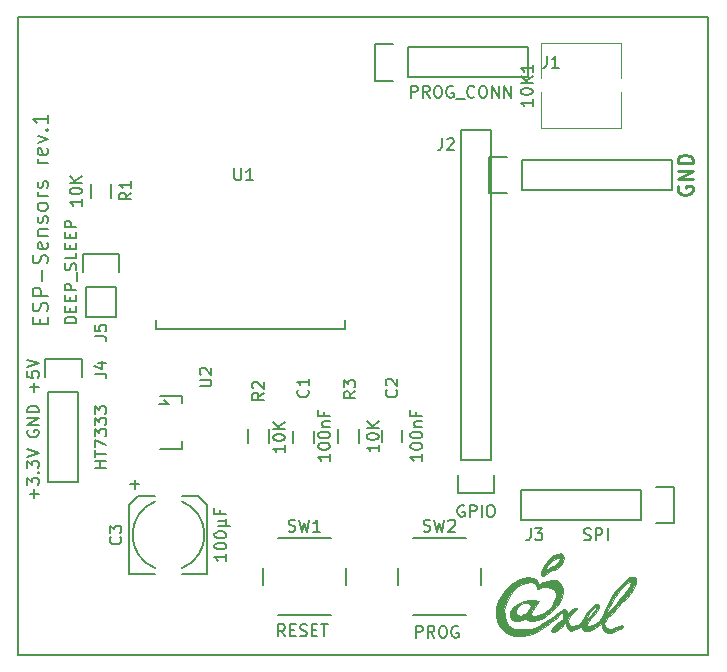
<source format=gbr>
%TF.GenerationSoftware,KiCad,Pcbnew,4.0.6*%
%TF.CreationDate,2017-04-04T12:59:26+02:00*%
%TF.ProjectId,ESP-Sensors,4553502D53656E736F72732E6B696361,rev?*%
%TF.FileFunction,Legend,Top*%
%FSLAX46Y46*%
G04 Gerber Fmt 4.6, Leading zero omitted, Abs format (unit mm)*
G04 Created by KiCad (PCBNEW 4.0.6) date 2017 April 04, Tuesday 12:59:26*
%MOMM*%
%LPD*%
G01*
G04 APERTURE LIST*
%ADD10C,0.100000*%
%ADD11C,0.254000*%
%ADD12C,0.203200*%
%ADD13C,0.200000*%
%ADD14C,0.152400*%
%ADD15C,0.150000*%
%ADD16C,0.010000*%
%ADD17C,0.120000*%
G04 APERTURE END LIST*
D10*
D11*
X163195000Y-75897619D02*
X163134524Y-76018571D01*
X163134524Y-76200000D01*
X163195000Y-76381428D01*
X163315952Y-76502381D01*
X163436905Y-76562857D01*
X163678810Y-76623333D01*
X163860238Y-76623333D01*
X164102143Y-76562857D01*
X164223095Y-76502381D01*
X164344048Y-76381428D01*
X164404524Y-76200000D01*
X164404524Y-76079048D01*
X164344048Y-75897619D01*
X164283571Y-75837143D01*
X163860238Y-75837143D01*
X163860238Y-76079048D01*
X164404524Y-75292857D02*
X163134524Y-75292857D01*
X164404524Y-74567143D01*
X163134524Y-74567143D01*
X164404524Y-73962381D02*
X163134524Y-73962381D01*
X163134524Y-73660000D01*
X163195000Y-73478572D01*
X163315952Y-73357619D01*
X163436905Y-73297143D01*
X163678810Y-73236667D01*
X163860238Y-73236667D01*
X164102143Y-73297143D01*
X164223095Y-73357619D01*
X164344048Y-73478572D01*
X164404524Y-73660000D01*
X164404524Y-73962381D01*
D12*
X109129286Y-87569523D02*
X109129286Y-87146190D01*
X109794524Y-86964761D02*
X109794524Y-87569523D01*
X108524524Y-87569523D01*
X108524524Y-86964761D01*
X109734048Y-86480951D02*
X109794524Y-86299523D01*
X109794524Y-85997142D01*
X109734048Y-85876189D01*
X109673571Y-85815713D01*
X109552619Y-85755237D01*
X109431667Y-85755237D01*
X109310714Y-85815713D01*
X109250238Y-85876189D01*
X109189762Y-85997142D01*
X109129286Y-86239046D01*
X109068810Y-86359999D01*
X109008333Y-86420475D01*
X108887381Y-86480951D01*
X108766429Y-86480951D01*
X108645476Y-86420475D01*
X108585000Y-86359999D01*
X108524524Y-86239046D01*
X108524524Y-85936666D01*
X108585000Y-85755237D01*
X109794524Y-85210951D02*
X108524524Y-85210951D01*
X108524524Y-84727142D01*
X108585000Y-84606189D01*
X108645476Y-84545713D01*
X108766429Y-84485237D01*
X108947857Y-84485237D01*
X109068810Y-84545713D01*
X109129286Y-84606189D01*
X109189762Y-84727142D01*
X109189762Y-85210951D01*
X109310714Y-83940951D02*
X109310714Y-82973332D01*
X109734048Y-82429046D02*
X109794524Y-82247618D01*
X109794524Y-81945237D01*
X109734048Y-81824284D01*
X109673571Y-81763808D01*
X109552619Y-81703332D01*
X109431667Y-81703332D01*
X109310714Y-81763808D01*
X109250238Y-81824284D01*
X109189762Y-81945237D01*
X109129286Y-82187141D01*
X109068810Y-82308094D01*
X109008333Y-82368570D01*
X108887381Y-82429046D01*
X108766429Y-82429046D01*
X108645476Y-82368570D01*
X108585000Y-82308094D01*
X108524524Y-82187141D01*
X108524524Y-81884761D01*
X108585000Y-81703332D01*
X109734048Y-80675237D02*
X109794524Y-80796189D01*
X109794524Y-81038094D01*
X109734048Y-81159046D01*
X109613095Y-81219522D01*
X109129286Y-81219522D01*
X109008333Y-81159046D01*
X108947857Y-81038094D01*
X108947857Y-80796189D01*
X109008333Y-80675237D01*
X109129286Y-80614760D01*
X109250238Y-80614760D01*
X109371190Y-81219522D01*
X108947857Y-80070475D02*
X109794524Y-80070475D01*
X109068810Y-80070475D02*
X109008333Y-80009999D01*
X108947857Y-79889046D01*
X108947857Y-79707618D01*
X109008333Y-79586666D01*
X109129286Y-79526189D01*
X109794524Y-79526189D01*
X109734048Y-78981903D02*
X109794524Y-78860951D01*
X109794524Y-78619046D01*
X109734048Y-78498094D01*
X109613095Y-78437618D01*
X109552619Y-78437618D01*
X109431667Y-78498094D01*
X109371190Y-78619046D01*
X109371190Y-78800475D01*
X109310714Y-78921427D01*
X109189762Y-78981903D01*
X109129286Y-78981903D01*
X109008333Y-78921427D01*
X108947857Y-78800475D01*
X108947857Y-78619046D01*
X109008333Y-78498094D01*
X109794524Y-77711903D02*
X109734048Y-77832856D01*
X109673571Y-77893332D01*
X109552619Y-77953808D01*
X109189762Y-77953808D01*
X109068810Y-77893332D01*
X109008333Y-77832856D01*
X108947857Y-77711903D01*
X108947857Y-77530475D01*
X109008333Y-77409523D01*
X109068810Y-77349046D01*
X109189762Y-77288570D01*
X109552619Y-77288570D01*
X109673571Y-77349046D01*
X109734048Y-77409523D01*
X109794524Y-77530475D01*
X109794524Y-77711903D01*
X109794524Y-76744284D02*
X108947857Y-76744284D01*
X109189762Y-76744284D02*
X109068810Y-76683808D01*
X109008333Y-76623332D01*
X108947857Y-76502379D01*
X108947857Y-76381427D01*
X109734048Y-76018570D02*
X109794524Y-75897618D01*
X109794524Y-75655713D01*
X109734048Y-75534761D01*
X109613095Y-75474285D01*
X109552619Y-75474285D01*
X109431667Y-75534761D01*
X109371190Y-75655713D01*
X109371190Y-75837142D01*
X109310714Y-75958094D01*
X109189762Y-76018570D01*
X109129286Y-76018570D01*
X109008333Y-75958094D01*
X108947857Y-75837142D01*
X108947857Y-75655713D01*
X109008333Y-75534761D01*
X109794524Y-73962380D02*
X108947857Y-73962380D01*
X109189762Y-73962380D02*
X109068810Y-73901904D01*
X109008333Y-73841428D01*
X108947857Y-73720475D01*
X108947857Y-73599523D01*
X109734048Y-72692381D02*
X109794524Y-72813333D01*
X109794524Y-73055238D01*
X109734048Y-73176190D01*
X109613095Y-73236666D01*
X109129286Y-73236666D01*
X109008333Y-73176190D01*
X108947857Y-73055238D01*
X108947857Y-72813333D01*
X109008333Y-72692381D01*
X109129286Y-72631904D01*
X109250238Y-72631904D01*
X109371190Y-73236666D01*
X108947857Y-72208571D02*
X109794524Y-71906190D01*
X108947857Y-71603810D01*
X109673571Y-71120000D02*
X109734048Y-71059524D01*
X109794524Y-71120000D01*
X109734048Y-71180476D01*
X109673571Y-71120000D01*
X109794524Y-71120000D01*
X109794524Y-69850000D02*
X109794524Y-70575714D01*
X109794524Y-70212857D02*
X108524524Y-70212857D01*
X108705952Y-70333809D01*
X108826905Y-70454762D01*
X108887381Y-70575714D01*
D13*
X165735000Y-115570000D02*
X165735000Y-109855000D01*
X107315000Y-115570000D02*
X165735000Y-115570000D01*
X107315000Y-61595000D02*
X107315000Y-115570000D01*
X165735000Y-61595000D02*
X165735000Y-109855000D01*
X107315000Y-61595000D02*
X165735000Y-61595000D01*
D14*
X118999000Y-87249000D02*
X118999000Y-88011000D01*
X118999000Y-88011000D02*
X135001000Y-88011000D01*
X135001000Y-88011000D02*
X135001000Y-87249000D01*
D15*
X132295000Y-97635000D02*
X132295000Y-96635000D01*
X130595000Y-96635000D02*
X130595000Y-97635000D01*
X138088000Y-96528000D02*
X138088000Y-97528000D01*
X139788000Y-97528000D02*
X139788000Y-96528000D01*
X118899738Y-102576978D02*
G75*
G03X118897400Y-108242100I1115262J-2833022D01*
G01*
X121130262Y-108243022D02*
G75*
G03X121132600Y-102577900I-1115262J2833022D01*
G01*
X117475000Y-102108000D02*
X118897400Y-102108000D01*
X116713000Y-108712000D02*
X118897400Y-108712000D01*
X123317000Y-108712000D02*
X121132600Y-108712000D01*
X122555000Y-102108000D02*
X121132600Y-102108000D01*
X116713000Y-108712000D02*
X116713000Y-102870000D01*
X116713000Y-102870000D02*
X117475000Y-102108000D01*
X122555000Y-102108000D02*
X123317000Y-102870000D01*
X123317000Y-102870000D02*
X123317000Y-108712000D01*
X139065000Y-66955000D02*
X137515000Y-66955000D01*
X137515000Y-66955000D02*
X137515000Y-63855000D01*
X137515000Y-63855000D02*
X139065000Y-63855000D01*
X140335000Y-64135000D02*
X150495000Y-64135000D01*
X150495000Y-64135000D02*
X150495000Y-66675000D01*
X150495000Y-66675000D02*
X140335000Y-66675000D01*
X140335000Y-64135000D02*
X140335000Y-66675000D01*
X144780000Y-99060000D02*
X144780000Y-71120000D01*
X144780000Y-71120000D02*
X147320000Y-71120000D01*
X147320000Y-71120000D02*
X147320000Y-99060000D01*
X144500000Y-101880000D02*
X144500000Y-100330000D01*
X144780000Y-99060000D02*
X147320000Y-99060000D01*
X147600000Y-100330000D02*
X147600000Y-101880000D01*
X147600000Y-101880000D02*
X144500000Y-101880000D01*
X161290000Y-101320000D02*
X162840000Y-101320000D01*
X162840000Y-101320000D02*
X162840000Y-104420000D01*
X162840000Y-104420000D02*
X161290000Y-104420000D01*
X160020000Y-104140000D02*
X149860000Y-104140000D01*
X149860000Y-104140000D02*
X149860000Y-101600000D01*
X149860000Y-101600000D02*
X160020000Y-101600000D01*
X160020000Y-104140000D02*
X160020000Y-101600000D01*
X109855000Y-93345000D02*
X109855000Y-100965000D01*
X112395000Y-93345000D02*
X112395000Y-100965000D01*
X112675000Y-90525000D02*
X112675000Y-92075000D01*
X109855000Y-100965000D02*
X112395000Y-100965000D01*
X112395000Y-93345000D02*
X109855000Y-93345000D01*
X109575000Y-92075000D02*
X109575000Y-90525000D01*
X109575000Y-90525000D02*
X112675000Y-90525000D01*
X113425000Y-76880000D02*
X113425000Y-75680000D01*
X115175000Y-75680000D02*
X115175000Y-76880000D01*
X126760000Y-97675000D02*
X126760000Y-96475000D01*
X128510000Y-96475000D02*
X128510000Y-97675000D01*
X136130000Y-96475000D02*
X136130000Y-97675000D01*
X134380000Y-97675000D02*
X134380000Y-96475000D01*
X129270000Y-112180000D02*
X133770000Y-112180000D01*
X128020000Y-108180000D02*
X128020000Y-109680000D01*
X133770000Y-105680000D02*
X129270000Y-105680000D01*
X135020000Y-109680000D02*
X135020000Y-108180000D01*
X140700000Y-112180000D02*
X145200000Y-112180000D01*
X139450000Y-108180000D02*
X139450000Y-109680000D01*
X145200000Y-105680000D02*
X140700000Y-105680000D01*
X146450000Y-109680000D02*
X146450000Y-108180000D01*
X119626380Y-93985080D02*
X119926100Y-94234000D01*
X119926100Y-94234000D02*
X120075960Y-94335600D01*
X120075960Y-94335600D02*
X119227600Y-94335600D01*
X121127520Y-93634560D02*
X119326660Y-93634560D01*
X121127520Y-93634560D02*
X121127520Y-94284800D01*
X121127520Y-98135440D02*
X119326660Y-98135440D01*
X121127520Y-98135440D02*
X121127520Y-97485200D01*
X149987000Y-73660000D02*
X162687000Y-73660000D01*
X162687000Y-73660000D02*
X162687000Y-76200000D01*
X162687000Y-76200000D02*
X149987000Y-76200000D01*
X147167000Y-73380000D02*
X148717000Y-73380000D01*
X149987000Y-73660000D02*
X149987000Y-76200000D01*
X148717000Y-76480000D02*
X147167000Y-76480000D01*
X147167000Y-76480000D02*
X147167000Y-73380000D01*
D16*
G36*
X159486865Y-109017643D02*
X159606087Y-109174614D01*
X159596732Y-109439975D01*
X159554738Y-109584780D01*
X159451441Y-109835369D01*
X159304560Y-110095653D01*
X159098097Y-110386199D01*
X158816050Y-110727576D01*
X158442419Y-111140351D01*
X157961204Y-111645093D01*
X157914695Y-111693032D01*
X157534676Y-112087559D01*
X157260145Y-112382687D01*
X157076066Y-112597956D01*
X156967400Y-112752908D01*
X156919111Y-112867086D01*
X156916160Y-112960030D01*
X156921206Y-112984100D01*
X157031637Y-113189879D01*
X157181839Y-113332921D01*
X157307468Y-113402535D01*
X157428027Y-113416453D01*
X157595625Y-113368356D01*
X157862371Y-113251929D01*
X157866826Y-113249890D01*
X158198033Y-113117224D01*
X158402533Y-113082964D01*
X158490678Y-113146071D01*
X158496000Y-113186692D01*
X158422610Y-113269104D01*
X158233605Y-113379731D01*
X157975733Y-113498700D01*
X157695741Y-113606138D01*
X157440376Y-113682173D01*
X157271258Y-113707333D01*
X156984814Y-113633616D01*
X156790098Y-113433651D01*
X156718001Y-113139219D01*
X156718000Y-113138161D01*
X156705353Y-112988084D01*
X156684175Y-112945333D01*
X156601743Y-112988834D01*
X156421376Y-113101967D01*
X156220718Y-113234454D01*
X155835743Y-113455669D01*
X155504207Y-113573164D01*
X155245579Y-113585757D01*
X155079324Y-113492271D01*
X155024667Y-113306907D01*
X154977507Y-113222974D01*
X154876500Y-113244442D01*
X154501336Y-113399967D01*
X154245320Y-113489571D01*
X154074164Y-113518966D01*
X153953581Y-113493867D01*
X153849282Y-113419985D01*
X153845167Y-113416279D01*
X153712738Y-113227489D01*
X153670000Y-113059211D01*
X153639302Y-112893800D01*
X153560865Y-112882230D01*
X153455169Y-113023356D01*
X153431317Y-113072527D01*
X153302379Y-113249861D01*
X153105113Y-113410964D01*
X152878052Y-113538937D01*
X152659728Y-113616882D01*
X152488673Y-113627898D01*
X152403420Y-113555089D01*
X152400000Y-113524825D01*
X152463598Y-113353086D01*
X152624772Y-113137402D01*
X152839095Y-112926070D01*
X153062138Y-112767386D01*
X153124719Y-112737012D01*
X153321528Y-112632031D01*
X153402308Y-112496646D01*
X153416000Y-112314653D01*
X153404008Y-112116972D01*
X153374473Y-112016991D01*
X153367668Y-112014000D01*
X153287708Y-112066978D01*
X153113141Y-112209142D01*
X152874257Y-112415332D01*
X152730596Y-112543166D01*
X151970868Y-113153193D01*
X151233814Y-113596522D01*
X150517404Y-113873977D01*
X149819608Y-113986381D01*
X149251152Y-113954609D01*
X148770006Y-113820731D01*
X148383422Y-113571297D01*
X148079101Y-113224970D01*
X147834754Y-112745619D01*
X147731283Y-112206130D01*
X147763820Y-111632578D01*
X147927499Y-111051035D01*
X148217451Y-110487576D01*
X148628808Y-109968273D01*
X148700636Y-109895842D01*
X149156350Y-109510242D01*
X149620437Y-109226516D01*
X150071859Y-109048450D01*
X150489577Y-108979827D01*
X150852553Y-109024430D01*
X151139751Y-109186045D01*
X151312208Y-109426112D01*
X151402039Y-109623269D01*
X151752853Y-109422654D01*
X152110357Y-109279806D01*
X152498363Y-109221509D01*
X152851075Y-109253604D01*
X153005400Y-109311481D01*
X153181642Y-109485653D01*
X153322997Y-109771115D01*
X153404952Y-110110145D01*
X153416000Y-110278428D01*
X153344511Y-110647241D01*
X153147379Y-111059372D01*
X152850606Y-111482789D01*
X152480194Y-111885459D01*
X152062143Y-112235352D01*
X151622458Y-112500435D01*
X151605913Y-112508293D01*
X151240925Y-112639887D01*
X150884442Y-112700084D01*
X150585455Y-112684665D01*
X150415329Y-112610813D01*
X150299832Y-112553078D01*
X150140851Y-112569878D01*
X149936714Y-112642303D01*
X149566343Y-112724850D01*
X149263393Y-112672360D01*
X149046886Y-112512065D01*
X148935845Y-112271198D01*
X148949293Y-111976990D01*
X149030810Y-111810634D01*
X149412378Y-111810634D01*
X149413487Y-112044749D01*
X149437076Y-112099431D01*
X149596074Y-112240176D01*
X149835957Y-112246917D01*
X150134969Y-112120330D01*
X150205135Y-112075594D01*
X150475500Y-111847976D01*
X150639513Y-111616960D01*
X150692404Y-111409418D01*
X150629397Y-111252224D01*
X150445722Y-111172250D01*
X150366453Y-111167333D01*
X150045294Y-111222868D01*
X149758850Y-111369035D01*
X149537689Y-111575177D01*
X149412378Y-111810634D01*
X149030810Y-111810634D01*
X149106253Y-111656675D01*
X149182050Y-111561970D01*
X149579420Y-111232293D01*
X150076141Y-111016133D01*
X150633808Y-110928538D01*
X150797249Y-110929162D01*
X151075301Y-110949776D01*
X151277611Y-110982791D01*
X151351776Y-111014358D01*
X151325405Y-111109794D01*
X151217853Y-111298139D01*
X151052277Y-111538929D01*
X151049270Y-111543003D01*
X150829798Y-111859483D01*
X150725746Y-112071135D01*
X150737053Y-112196983D01*
X150863661Y-112256048D01*
X151047016Y-112268000D01*
X151415554Y-112198687D01*
X151789926Y-112010836D01*
X152142569Y-111734576D01*
X152445919Y-111400037D01*
X152672411Y-111037348D01*
X152794483Y-110676639D01*
X152788828Y-110364045D01*
X152646452Y-110115153D01*
X152390041Y-109935827D01*
X152065780Y-109840834D01*
X151719855Y-109844941D01*
X151447500Y-109935167D01*
X151286077Y-110009419D01*
X151224122Y-109989828D01*
X151214667Y-109892312D01*
X151138319Y-109667421D01*
X150942399Y-109488045D01*
X150676590Y-109394597D01*
X150596290Y-109389333D01*
X150276109Y-109447378D01*
X149903883Y-109600428D01*
X149539985Y-109816857D01*
X149244790Y-110065038D01*
X149191237Y-110125371D01*
X148802380Y-110686416D01*
X148549571Y-111251415D01*
X148437367Y-111800460D01*
X148470324Y-112313645D01*
X148604989Y-112686376D01*
X148799842Y-113006789D01*
X149011963Y-113219004D01*
X149280978Y-113343391D01*
X149646514Y-113400318D01*
X150014666Y-113411000D01*
X150397786Y-113404146D01*
X150682514Y-113373113D01*
X150939581Y-113302192D01*
X151239714Y-113175674D01*
X151387361Y-113106128D01*
X151744902Y-112911180D01*
X152160208Y-112648134D01*
X152564652Y-112361580D01*
X152723024Y-112238295D01*
X153022901Y-112005426D01*
X153284108Y-111819492D01*
X153473395Y-111703201D01*
X153547279Y-111675333D01*
X153655112Y-111749449D01*
X153721858Y-111913458D01*
X153769483Y-112151583D01*
X154049941Y-111871125D01*
X154272443Y-111685459D01*
X154457094Y-111597885D01*
X154574641Y-111617515D01*
X154601333Y-111699411D01*
X154534718Y-111811928D01*
X154371842Y-111943198D01*
X154346900Y-111958454D01*
X154100431Y-112171834D01*
X153916692Y-112455082D01*
X153839608Y-112739280D01*
X153839333Y-112754862D01*
X153910932Y-112972799D01*
X154110937Y-113094944D01*
X154274088Y-113114666D01*
X154599371Y-113076367D01*
X154844115Y-112942665D01*
X155046978Y-112685356D01*
X155137952Y-112511671D01*
X155415213Y-112511671D01*
X155437825Y-112522000D01*
X155532148Y-112462900D01*
X155696582Y-112309198D01*
X155864138Y-112129079D01*
X156072923Y-111867955D01*
X156187921Y-111672332D01*
X156201933Y-111560610D01*
X156107759Y-111551190D01*
X156087439Y-111558345D01*
X155960679Y-111649829D01*
X155805579Y-111819052D01*
X155647810Y-112027931D01*
X155513044Y-112238382D01*
X155426954Y-112412323D01*
X155415213Y-112511671D01*
X155137952Y-112511671D01*
X155161103Y-112467474D01*
X155350013Y-112129359D01*
X155572335Y-111824617D01*
X155807275Y-111569570D01*
X156034041Y-111380536D01*
X156231841Y-111273835D01*
X156379882Y-111265789D01*
X156457373Y-111372715D01*
X156464000Y-111444827D01*
X156430071Y-111631821D01*
X156316948Y-111848192D01*
X156107623Y-112119407D01*
X155785088Y-112470928D01*
X155764242Y-112492563D01*
X155525123Y-112781864D01*
X155432302Y-112990466D01*
X155477991Y-113107893D01*
X155654403Y-113123671D01*
X155953750Y-113027323D01*
X156107539Y-112954342D01*
X156375233Y-112795663D01*
X156570809Y-112611818D01*
X156728445Y-112358563D01*
X156877487Y-112003179D01*
X157146234Y-112003179D01*
X157168434Y-112014000D01*
X157235331Y-111953965D01*
X157391430Y-111789570D01*
X157614983Y-111544375D01*
X157884242Y-111241941D01*
X157948274Y-111169128D01*
X158367945Y-110682880D01*
X158684414Y-110296149D01*
X158913336Y-109987838D01*
X159070362Y-109736849D01*
X159171143Y-109522085D01*
X159172118Y-109519529D01*
X159206404Y-109348781D01*
X159141183Y-109298546D01*
X158989948Y-109363225D01*
X158766194Y-109537217D01*
X158498255Y-109799180D01*
X158279594Y-110053643D01*
X158043397Y-110366953D01*
X157805526Y-110712692D01*
X157581843Y-111064442D01*
X157388211Y-111395783D01*
X157240490Y-111680299D01*
X157154544Y-111891570D01*
X157146234Y-112003179D01*
X156877487Y-112003179D01*
X156882321Y-111991653D01*
X156910536Y-111914870D01*
X157188828Y-111289030D01*
X157570046Y-110631200D01*
X158015432Y-110002131D01*
X158454221Y-109495166D01*
X158728703Y-109225320D01*
X158930645Y-109062899D01*
X159094870Y-108984378D01*
X159237496Y-108966000D01*
X159486865Y-109017643D01*
X159486865Y-109017643D01*
G37*
X159486865Y-109017643D02*
X159606087Y-109174614D01*
X159596732Y-109439975D01*
X159554738Y-109584780D01*
X159451441Y-109835369D01*
X159304560Y-110095653D01*
X159098097Y-110386199D01*
X158816050Y-110727576D01*
X158442419Y-111140351D01*
X157961204Y-111645093D01*
X157914695Y-111693032D01*
X157534676Y-112087559D01*
X157260145Y-112382687D01*
X157076066Y-112597956D01*
X156967400Y-112752908D01*
X156919111Y-112867086D01*
X156916160Y-112960030D01*
X156921206Y-112984100D01*
X157031637Y-113189879D01*
X157181839Y-113332921D01*
X157307468Y-113402535D01*
X157428027Y-113416453D01*
X157595625Y-113368356D01*
X157862371Y-113251929D01*
X157866826Y-113249890D01*
X158198033Y-113117224D01*
X158402533Y-113082964D01*
X158490678Y-113146071D01*
X158496000Y-113186692D01*
X158422610Y-113269104D01*
X158233605Y-113379731D01*
X157975733Y-113498700D01*
X157695741Y-113606138D01*
X157440376Y-113682173D01*
X157271258Y-113707333D01*
X156984814Y-113633616D01*
X156790098Y-113433651D01*
X156718001Y-113139219D01*
X156718000Y-113138161D01*
X156705353Y-112988084D01*
X156684175Y-112945333D01*
X156601743Y-112988834D01*
X156421376Y-113101967D01*
X156220718Y-113234454D01*
X155835743Y-113455669D01*
X155504207Y-113573164D01*
X155245579Y-113585757D01*
X155079324Y-113492271D01*
X155024667Y-113306907D01*
X154977507Y-113222974D01*
X154876500Y-113244442D01*
X154501336Y-113399967D01*
X154245320Y-113489571D01*
X154074164Y-113518966D01*
X153953581Y-113493867D01*
X153849282Y-113419985D01*
X153845167Y-113416279D01*
X153712738Y-113227489D01*
X153670000Y-113059211D01*
X153639302Y-112893800D01*
X153560865Y-112882230D01*
X153455169Y-113023356D01*
X153431317Y-113072527D01*
X153302379Y-113249861D01*
X153105113Y-113410964D01*
X152878052Y-113538937D01*
X152659728Y-113616882D01*
X152488673Y-113627898D01*
X152403420Y-113555089D01*
X152400000Y-113524825D01*
X152463598Y-113353086D01*
X152624772Y-113137402D01*
X152839095Y-112926070D01*
X153062138Y-112767386D01*
X153124719Y-112737012D01*
X153321528Y-112632031D01*
X153402308Y-112496646D01*
X153416000Y-112314653D01*
X153404008Y-112116972D01*
X153374473Y-112016991D01*
X153367668Y-112014000D01*
X153287708Y-112066978D01*
X153113141Y-112209142D01*
X152874257Y-112415332D01*
X152730596Y-112543166D01*
X151970868Y-113153193D01*
X151233814Y-113596522D01*
X150517404Y-113873977D01*
X149819608Y-113986381D01*
X149251152Y-113954609D01*
X148770006Y-113820731D01*
X148383422Y-113571297D01*
X148079101Y-113224970D01*
X147834754Y-112745619D01*
X147731283Y-112206130D01*
X147763820Y-111632578D01*
X147927499Y-111051035D01*
X148217451Y-110487576D01*
X148628808Y-109968273D01*
X148700636Y-109895842D01*
X149156350Y-109510242D01*
X149620437Y-109226516D01*
X150071859Y-109048450D01*
X150489577Y-108979827D01*
X150852553Y-109024430D01*
X151139751Y-109186045D01*
X151312208Y-109426112D01*
X151402039Y-109623269D01*
X151752853Y-109422654D01*
X152110357Y-109279806D01*
X152498363Y-109221509D01*
X152851075Y-109253604D01*
X153005400Y-109311481D01*
X153181642Y-109485653D01*
X153322997Y-109771115D01*
X153404952Y-110110145D01*
X153416000Y-110278428D01*
X153344511Y-110647241D01*
X153147379Y-111059372D01*
X152850606Y-111482789D01*
X152480194Y-111885459D01*
X152062143Y-112235352D01*
X151622458Y-112500435D01*
X151605913Y-112508293D01*
X151240925Y-112639887D01*
X150884442Y-112700084D01*
X150585455Y-112684665D01*
X150415329Y-112610813D01*
X150299832Y-112553078D01*
X150140851Y-112569878D01*
X149936714Y-112642303D01*
X149566343Y-112724850D01*
X149263393Y-112672360D01*
X149046886Y-112512065D01*
X148935845Y-112271198D01*
X148949293Y-111976990D01*
X149030810Y-111810634D01*
X149412378Y-111810634D01*
X149413487Y-112044749D01*
X149437076Y-112099431D01*
X149596074Y-112240176D01*
X149835957Y-112246917D01*
X150134969Y-112120330D01*
X150205135Y-112075594D01*
X150475500Y-111847976D01*
X150639513Y-111616960D01*
X150692404Y-111409418D01*
X150629397Y-111252224D01*
X150445722Y-111172250D01*
X150366453Y-111167333D01*
X150045294Y-111222868D01*
X149758850Y-111369035D01*
X149537689Y-111575177D01*
X149412378Y-111810634D01*
X149030810Y-111810634D01*
X149106253Y-111656675D01*
X149182050Y-111561970D01*
X149579420Y-111232293D01*
X150076141Y-111016133D01*
X150633808Y-110928538D01*
X150797249Y-110929162D01*
X151075301Y-110949776D01*
X151277611Y-110982791D01*
X151351776Y-111014358D01*
X151325405Y-111109794D01*
X151217853Y-111298139D01*
X151052277Y-111538929D01*
X151049270Y-111543003D01*
X150829798Y-111859483D01*
X150725746Y-112071135D01*
X150737053Y-112196983D01*
X150863661Y-112256048D01*
X151047016Y-112268000D01*
X151415554Y-112198687D01*
X151789926Y-112010836D01*
X152142569Y-111734576D01*
X152445919Y-111400037D01*
X152672411Y-111037348D01*
X152794483Y-110676639D01*
X152788828Y-110364045D01*
X152646452Y-110115153D01*
X152390041Y-109935827D01*
X152065780Y-109840834D01*
X151719855Y-109844941D01*
X151447500Y-109935167D01*
X151286077Y-110009419D01*
X151224122Y-109989828D01*
X151214667Y-109892312D01*
X151138319Y-109667421D01*
X150942399Y-109488045D01*
X150676590Y-109394597D01*
X150596290Y-109389333D01*
X150276109Y-109447378D01*
X149903883Y-109600428D01*
X149539985Y-109816857D01*
X149244790Y-110065038D01*
X149191237Y-110125371D01*
X148802380Y-110686416D01*
X148549571Y-111251415D01*
X148437367Y-111800460D01*
X148470324Y-112313645D01*
X148604989Y-112686376D01*
X148799842Y-113006789D01*
X149011963Y-113219004D01*
X149280978Y-113343391D01*
X149646514Y-113400318D01*
X150014666Y-113411000D01*
X150397786Y-113404146D01*
X150682514Y-113373113D01*
X150939581Y-113302192D01*
X151239714Y-113175674D01*
X151387361Y-113106128D01*
X151744902Y-112911180D01*
X152160208Y-112648134D01*
X152564652Y-112361580D01*
X152723024Y-112238295D01*
X153022901Y-112005426D01*
X153284108Y-111819492D01*
X153473395Y-111703201D01*
X153547279Y-111675333D01*
X153655112Y-111749449D01*
X153721858Y-111913458D01*
X153769483Y-112151583D01*
X154049941Y-111871125D01*
X154272443Y-111685459D01*
X154457094Y-111597885D01*
X154574641Y-111617515D01*
X154601333Y-111699411D01*
X154534718Y-111811928D01*
X154371842Y-111943198D01*
X154346900Y-111958454D01*
X154100431Y-112171834D01*
X153916692Y-112455082D01*
X153839608Y-112739280D01*
X153839333Y-112754862D01*
X153910932Y-112972799D01*
X154110937Y-113094944D01*
X154274088Y-113114666D01*
X154599371Y-113076367D01*
X154844115Y-112942665D01*
X155046978Y-112685356D01*
X155137952Y-112511671D01*
X155415213Y-112511671D01*
X155437825Y-112522000D01*
X155532148Y-112462900D01*
X155696582Y-112309198D01*
X155864138Y-112129079D01*
X156072923Y-111867955D01*
X156187921Y-111672332D01*
X156201933Y-111560610D01*
X156107759Y-111551190D01*
X156087439Y-111558345D01*
X155960679Y-111649829D01*
X155805579Y-111819052D01*
X155647810Y-112027931D01*
X155513044Y-112238382D01*
X155426954Y-112412323D01*
X155415213Y-112511671D01*
X155137952Y-112511671D01*
X155161103Y-112467474D01*
X155350013Y-112129359D01*
X155572335Y-111824617D01*
X155807275Y-111569570D01*
X156034041Y-111380536D01*
X156231841Y-111273835D01*
X156379882Y-111265789D01*
X156457373Y-111372715D01*
X156464000Y-111444827D01*
X156430071Y-111631821D01*
X156316948Y-111848192D01*
X156107623Y-112119407D01*
X155785088Y-112470928D01*
X155764242Y-112492563D01*
X155525123Y-112781864D01*
X155432302Y-112990466D01*
X155477991Y-113107893D01*
X155654403Y-113123671D01*
X155953750Y-113027323D01*
X156107539Y-112954342D01*
X156375233Y-112795663D01*
X156570809Y-112611818D01*
X156728445Y-112358563D01*
X156877487Y-112003179D01*
X157146234Y-112003179D01*
X157168434Y-112014000D01*
X157235331Y-111953965D01*
X157391430Y-111789570D01*
X157614983Y-111544375D01*
X157884242Y-111241941D01*
X157948274Y-111169128D01*
X158367945Y-110682880D01*
X158684414Y-110296149D01*
X158913336Y-109987838D01*
X159070362Y-109736849D01*
X159171143Y-109522085D01*
X159172118Y-109519529D01*
X159206404Y-109348781D01*
X159141183Y-109298546D01*
X158989948Y-109363225D01*
X158766194Y-109537217D01*
X158498255Y-109799180D01*
X158279594Y-110053643D01*
X158043397Y-110366953D01*
X157805526Y-110712692D01*
X157581843Y-111064442D01*
X157388211Y-111395783D01*
X157240490Y-111680299D01*
X157154544Y-111891570D01*
X157146234Y-112003179D01*
X156877487Y-112003179D01*
X156882321Y-111991653D01*
X156910536Y-111914870D01*
X157188828Y-111289030D01*
X157570046Y-110631200D01*
X158015432Y-110002131D01*
X158454221Y-109495166D01*
X158728703Y-109225320D01*
X158930645Y-109062899D01*
X159094870Y-108984378D01*
X159237496Y-108966000D01*
X159486865Y-109017643D01*
G36*
X153340584Y-107011876D02*
X153419906Y-107110632D01*
X153462196Y-107353674D01*
X153385881Y-107642314D01*
X153217689Y-107935250D01*
X152984351Y-108191181D01*
X152712597Y-108368805D01*
X152576298Y-108414136D01*
X152338932Y-108511562D01*
X152110217Y-108671041D01*
X152105994Y-108674924D01*
X151874255Y-108840128D01*
X151689274Y-108878708D01*
X151576259Y-108791056D01*
X151553333Y-108666293D01*
X151617790Y-108378226D01*
X151906696Y-108378226D01*
X151978961Y-108377478D01*
X152167882Y-108265494D01*
X152200148Y-108243781D01*
X152416022Y-108114643D01*
X152588493Y-108041126D01*
X152627330Y-108034666D01*
X152780814Y-107970632D01*
X152959472Y-107817800D01*
X153105669Y-107635078D01*
X153162000Y-107488181D01*
X153106033Y-107378748D01*
X152959147Y-107370470D01*
X152752861Y-107447533D01*
X152518695Y-107594120D01*
X152288168Y-107794415D01*
X152100839Y-108020640D01*
X151948263Y-108261395D01*
X151906696Y-108378226D01*
X151617790Y-108378226D01*
X151620703Y-108365209D01*
X151799743Y-108020745D01*
X152055845Y-107674828D01*
X152354403Y-107369385D01*
X152660811Y-107146342D01*
X152881829Y-107056797D01*
X153093320Y-107007277D01*
X153224208Y-106972414D01*
X153340584Y-107011876D01*
X153340584Y-107011876D01*
G37*
X153340584Y-107011876D02*
X153419906Y-107110632D01*
X153462196Y-107353674D01*
X153385881Y-107642314D01*
X153217689Y-107935250D01*
X152984351Y-108191181D01*
X152712597Y-108368805D01*
X152576298Y-108414136D01*
X152338932Y-108511562D01*
X152110217Y-108671041D01*
X152105994Y-108674924D01*
X151874255Y-108840128D01*
X151689274Y-108878708D01*
X151576259Y-108791056D01*
X151553333Y-108666293D01*
X151617790Y-108378226D01*
X151906696Y-108378226D01*
X151978961Y-108377478D01*
X152167882Y-108265494D01*
X152200148Y-108243781D01*
X152416022Y-108114643D01*
X152588493Y-108041126D01*
X152627330Y-108034666D01*
X152780814Y-107970632D01*
X152959472Y-107817800D01*
X153105669Y-107635078D01*
X153162000Y-107488181D01*
X153106033Y-107378748D01*
X152959147Y-107370470D01*
X152752861Y-107447533D01*
X152518695Y-107594120D01*
X152288168Y-107794415D01*
X152100839Y-108020640D01*
X151948263Y-108261395D01*
X151906696Y-108378226D01*
X151617790Y-108378226D01*
X151620703Y-108365209D01*
X151799743Y-108020745D01*
X152055845Y-107674828D01*
X152354403Y-107369385D01*
X152660811Y-107146342D01*
X152881829Y-107056797D01*
X153093320Y-107007277D01*
X153224208Y-106972414D01*
X153340584Y-107011876D01*
D15*
X115570000Y-84455000D02*
X115570000Y-86995000D01*
X115850000Y-81635000D02*
X115850000Y-83185000D01*
X115570000Y-84455000D02*
X113030000Y-84455000D01*
X112750000Y-83185000D02*
X112750000Y-81635000D01*
X112750000Y-81635000D02*
X115850000Y-81635000D01*
X113030000Y-84455000D02*
X113030000Y-86995000D01*
X113030000Y-86995000D02*
X115570000Y-86995000D01*
D17*
X151580000Y-70930000D02*
X151580000Y-67921000D01*
X151580000Y-66699000D02*
X151580000Y-63810000D01*
X158300000Y-70930000D02*
X158300000Y-67921000D01*
X158300000Y-66699000D02*
X158300000Y-63810000D01*
X151580000Y-70930000D02*
X158300000Y-70930000D01*
X151580000Y-63810000D02*
X158300000Y-63810000D01*
D15*
X125603095Y-74382381D02*
X125603095Y-75191905D01*
X125650714Y-75287143D01*
X125698333Y-75334762D01*
X125793571Y-75382381D01*
X125984048Y-75382381D01*
X126079286Y-75334762D01*
X126126905Y-75287143D01*
X126174524Y-75191905D01*
X126174524Y-74382381D01*
X127174524Y-75382381D02*
X126603095Y-75382381D01*
X126888809Y-75382381D02*
X126888809Y-74382381D01*
X126793571Y-74525238D01*
X126698333Y-74620476D01*
X126603095Y-74668095D01*
X131802143Y-93130666D02*
X131849762Y-93178285D01*
X131897381Y-93321142D01*
X131897381Y-93416380D01*
X131849762Y-93559238D01*
X131754524Y-93654476D01*
X131659286Y-93702095D01*
X131468810Y-93749714D01*
X131325952Y-93749714D01*
X131135476Y-93702095D01*
X131040238Y-93654476D01*
X130945000Y-93559238D01*
X130897381Y-93416380D01*
X130897381Y-93321142D01*
X130945000Y-93178285D01*
X130992619Y-93130666D01*
X131897381Y-92178285D02*
X131897381Y-92749714D01*
X131897381Y-92464000D02*
X130897381Y-92464000D01*
X131040238Y-92559238D01*
X131135476Y-92654476D01*
X131183095Y-92749714D01*
X133675381Y-98575619D02*
X133675381Y-99147048D01*
X133675381Y-98861334D02*
X132675381Y-98861334D01*
X132818238Y-98956572D01*
X132913476Y-99051810D01*
X132961095Y-99147048D01*
X132675381Y-97956572D02*
X132675381Y-97861333D01*
X132723000Y-97766095D01*
X132770619Y-97718476D01*
X132865857Y-97670857D01*
X133056333Y-97623238D01*
X133294429Y-97623238D01*
X133484905Y-97670857D01*
X133580143Y-97718476D01*
X133627762Y-97766095D01*
X133675381Y-97861333D01*
X133675381Y-97956572D01*
X133627762Y-98051810D01*
X133580143Y-98099429D01*
X133484905Y-98147048D01*
X133294429Y-98194667D01*
X133056333Y-98194667D01*
X132865857Y-98147048D01*
X132770619Y-98099429D01*
X132723000Y-98051810D01*
X132675381Y-97956572D01*
X132675381Y-97004191D02*
X132675381Y-96908952D01*
X132723000Y-96813714D01*
X132770619Y-96766095D01*
X132865857Y-96718476D01*
X133056333Y-96670857D01*
X133294429Y-96670857D01*
X133484905Y-96718476D01*
X133580143Y-96766095D01*
X133627762Y-96813714D01*
X133675381Y-96908952D01*
X133675381Y-97004191D01*
X133627762Y-97099429D01*
X133580143Y-97147048D01*
X133484905Y-97194667D01*
X133294429Y-97242286D01*
X133056333Y-97242286D01*
X132865857Y-97194667D01*
X132770619Y-97147048D01*
X132723000Y-97099429D01*
X132675381Y-97004191D01*
X133008714Y-96242286D02*
X133675381Y-96242286D01*
X133103952Y-96242286D02*
X133056333Y-96194667D01*
X133008714Y-96099429D01*
X133008714Y-95956571D01*
X133056333Y-95861333D01*
X133151571Y-95813714D01*
X133675381Y-95813714D01*
X133151571Y-95004190D02*
X133151571Y-95337524D01*
X133675381Y-95337524D02*
X132675381Y-95337524D01*
X132675381Y-94861333D01*
X139295143Y-93130666D02*
X139342762Y-93178285D01*
X139390381Y-93321142D01*
X139390381Y-93416380D01*
X139342762Y-93559238D01*
X139247524Y-93654476D01*
X139152286Y-93702095D01*
X138961810Y-93749714D01*
X138818952Y-93749714D01*
X138628476Y-93702095D01*
X138533238Y-93654476D01*
X138438000Y-93559238D01*
X138390381Y-93416380D01*
X138390381Y-93321142D01*
X138438000Y-93178285D01*
X138485619Y-93130666D01*
X138485619Y-92749714D02*
X138438000Y-92702095D01*
X138390381Y-92606857D01*
X138390381Y-92368761D01*
X138438000Y-92273523D01*
X138485619Y-92225904D01*
X138580857Y-92178285D01*
X138676095Y-92178285D01*
X138818952Y-92225904D01*
X139390381Y-92797333D01*
X139390381Y-92178285D01*
X141490381Y-98575619D02*
X141490381Y-99147048D01*
X141490381Y-98861334D02*
X140490381Y-98861334D01*
X140633238Y-98956572D01*
X140728476Y-99051810D01*
X140776095Y-99147048D01*
X140490381Y-97956572D02*
X140490381Y-97861333D01*
X140538000Y-97766095D01*
X140585619Y-97718476D01*
X140680857Y-97670857D01*
X140871333Y-97623238D01*
X141109429Y-97623238D01*
X141299905Y-97670857D01*
X141395143Y-97718476D01*
X141442762Y-97766095D01*
X141490381Y-97861333D01*
X141490381Y-97956572D01*
X141442762Y-98051810D01*
X141395143Y-98099429D01*
X141299905Y-98147048D01*
X141109429Y-98194667D01*
X140871333Y-98194667D01*
X140680857Y-98147048D01*
X140585619Y-98099429D01*
X140538000Y-98051810D01*
X140490381Y-97956572D01*
X140490381Y-97004191D02*
X140490381Y-96908952D01*
X140538000Y-96813714D01*
X140585619Y-96766095D01*
X140680857Y-96718476D01*
X140871333Y-96670857D01*
X141109429Y-96670857D01*
X141299905Y-96718476D01*
X141395143Y-96766095D01*
X141442762Y-96813714D01*
X141490381Y-96908952D01*
X141490381Y-97004191D01*
X141442762Y-97099429D01*
X141395143Y-97147048D01*
X141299905Y-97194667D01*
X141109429Y-97242286D01*
X140871333Y-97242286D01*
X140680857Y-97194667D01*
X140585619Y-97147048D01*
X140538000Y-97099429D01*
X140490381Y-97004191D01*
X140823714Y-96242286D02*
X141490381Y-96242286D01*
X140918952Y-96242286D02*
X140871333Y-96194667D01*
X140823714Y-96099429D01*
X140823714Y-95956571D01*
X140871333Y-95861333D01*
X140966571Y-95813714D01*
X141490381Y-95813714D01*
X140966571Y-95004190D02*
X140966571Y-95337524D01*
X141490381Y-95337524D02*
X140490381Y-95337524D01*
X140490381Y-94861333D01*
X115939843Y-105576666D02*
X115987462Y-105624285D01*
X116035081Y-105767142D01*
X116035081Y-105862380D01*
X115987462Y-106005238D01*
X115892224Y-106100476D01*
X115796986Y-106148095D01*
X115606510Y-106195714D01*
X115463652Y-106195714D01*
X115273176Y-106148095D01*
X115177938Y-106100476D01*
X115082700Y-106005238D01*
X115035081Y-105862380D01*
X115035081Y-105767142D01*
X115082700Y-105624285D01*
X115130319Y-105576666D01*
X115035081Y-105243333D02*
X115035081Y-104624285D01*
X115416033Y-104957619D01*
X115416033Y-104814761D01*
X115463652Y-104719523D01*
X115511271Y-104671904D01*
X115606510Y-104624285D01*
X115844605Y-104624285D01*
X115939843Y-104671904D01*
X115987462Y-104719523D01*
X116035081Y-104814761D01*
X116035081Y-105100476D01*
X115987462Y-105195714D01*
X115939843Y-105243333D01*
X124899681Y-107029047D02*
X124899681Y-107600476D01*
X124899681Y-107314762D02*
X123899681Y-107314762D01*
X124042538Y-107410000D01*
X124137776Y-107505238D01*
X124185395Y-107600476D01*
X123899681Y-106410000D02*
X123899681Y-106314761D01*
X123947300Y-106219523D01*
X123994919Y-106171904D01*
X124090157Y-106124285D01*
X124280633Y-106076666D01*
X124518729Y-106076666D01*
X124709205Y-106124285D01*
X124804443Y-106171904D01*
X124852062Y-106219523D01*
X124899681Y-106314761D01*
X124899681Y-106410000D01*
X124852062Y-106505238D01*
X124804443Y-106552857D01*
X124709205Y-106600476D01*
X124518729Y-106648095D01*
X124280633Y-106648095D01*
X124090157Y-106600476D01*
X123994919Y-106552857D01*
X123947300Y-106505238D01*
X123899681Y-106410000D01*
X123899681Y-105457619D02*
X123899681Y-105362380D01*
X123947300Y-105267142D01*
X123994919Y-105219523D01*
X124090157Y-105171904D01*
X124280633Y-105124285D01*
X124518729Y-105124285D01*
X124709205Y-105171904D01*
X124804443Y-105219523D01*
X124852062Y-105267142D01*
X124899681Y-105362380D01*
X124899681Y-105457619D01*
X124852062Y-105552857D01*
X124804443Y-105600476D01*
X124709205Y-105648095D01*
X124518729Y-105695714D01*
X124280633Y-105695714D01*
X124090157Y-105648095D01*
X123994919Y-105600476D01*
X123947300Y-105552857D01*
X123899681Y-105457619D01*
X124233014Y-104695714D02*
X125233014Y-104695714D01*
X124756824Y-104219523D02*
X124852062Y-104171904D01*
X124899681Y-104076666D01*
X124756824Y-104695714D02*
X124852062Y-104648095D01*
X124899681Y-104552857D01*
X124899681Y-104362380D01*
X124852062Y-104267142D01*
X124756824Y-104219523D01*
X124233014Y-104219523D01*
X124375871Y-103314761D02*
X124375871Y-103648095D01*
X124899681Y-103648095D02*
X123899681Y-103648095D01*
X123899681Y-103171904D01*
X117178129Y-101511052D02*
X117178129Y-100749147D01*
X117559081Y-101130099D02*
X116797176Y-101130099D01*
X152066667Y-64857381D02*
X152066667Y-65571667D01*
X152019047Y-65714524D01*
X151923809Y-65809762D01*
X151780952Y-65857381D01*
X151685714Y-65857381D01*
X153066667Y-65857381D02*
X152495238Y-65857381D01*
X152780952Y-65857381D02*
X152780952Y-64857381D01*
X152685714Y-65000238D01*
X152590476Y-65095476D01*
X152495238Y-65143095D01*
X140541905Y-68397381D02*
X140541905Y-67397381D01*
X140922858Y-67397381D01*
X141018096Y-67445000D01*
X141065715Y-67492619D01*
X141113334Y-67587857D01*
X141113334Y-67730714D01*
X141065715Y-67825952D01*
X141018096Y-67873571D01*
X140922858Y-67921190D01*
X140541905Y-67921190D01*
X142113334Y-68397381D02*
X141780000Y-67921190D01*
X141541905Y-68397381D02*
X141541905Y-67397381D01*
X141922858Y-67397381D01*
X142018096Y-67445000D01*
X142065715Y-67492619D01*
X142113334Y-67587857D01*
X142113334Y-67730714D01*
X142065715Y-67825952D01*
X142018096Y-67873571D01*
X141922858Y-67921190D01*
X141541905Y-67921190D01*
X142732381Y-67397381D02*
X142922858Y-67397381D01*
X143018096Y-67445000D01*
X143113334Y-67540238D01*
X143160953Y-67730714D01*
X143160953Y-68064048D01*
X143113334Y-68254524D01*
X143018096Y-68349762D01*
X142922858Y-68397381D01*
X142732381Y-68397381D01*
X142637143Y-68349762D01*
X142541905Y-68254524D01*
X142494286Y-68064048D01*
X142494286Y-67730714D01*
X142541905Y-67540238D01*
X142637143Y-67445000D01*
X142732381Y-67397381D01*
X144113334Y-67445000D02*
X144018096Y-67397381D01*
X143875239Y-67397381D01*
X143732381Y-67445000D01*
X143637143Y-67540238D01*
X143589524Y-67635476D01*
X143541905Y-67825952D01*
X143541905Y-67968810D01*
X143589524Y-68159286D01*
X143637143Y-68254524D01*
X143732381Y-68349762D01*
X143875239Y-68397381D01*
X143970477Y-68397381D01*
X144113334Y-68349762D01*
X144160953Y-68302143D01*
X144160953Y-67968810D01*
X143970477Y-67968810D01*
X144351429Y-68492619D02*
X145113334Y-68492619D01*
X145922858Y-68302143D02*
X145875239Y-68349762D01*
X145732382Y-68397381D01*
X145637144Y-68397381D01*
X145494286Y-68349762D01*
X145399048Y-68254524D01*
X145351429Y-68159286D01*
X145303810Y-67968810D01*
X145303810Y-67825952D01*
X145351429Y-67635476D01*
X145399048Y-67540238D01*
X145494286Y-67445000D01*
X145637144Y-67397381D01*
X145732382Y-67397381D01*
X145875239Y-67445000D01*
X145922858Y-67492619D01*
X146541905Y-67397381D02*
X146732382Y-67397381D01*
X146827620Y-67445000D01*
X146922858Y-67540238D01*
X146970477Y-67730714D01*
X146970477Y-68064048D01*
X146922858Y-68254524D01*
X146827620Y-68349762D01*
X146732382Y-68397381D01*
X146541905Y-68397381D01*
X146446667Y-68349762D01*
X146351429Y-68254524D01*
X146303810Y-68064048D01*
X146303810Y-67730714D01*
X146351429Y-67540238D01*
X146446667Y-67445000D01*
X146541905Y-67397381D01*
X147399048Y-68397381D02*
X147399048Y-67397381D01*
X147970477Y-68397381D01*
X147970477Y-67397381D01*
X148446667Y-68397381D02*
X148446667Y-67397381D01*
X149018096Y-68397381D01*
X149018096Y-67397381D01*
X143176667Y-71842381D02*
X143176667Y-72556667D01*
X143129047Y-72699524D01*
X143033809Y-72794762D01*
X142890952Y-72842381D01*
X142795714Y-72842381D01*
X143605238Y-71937619D02*
X143652857Y-71890000D01*
X143748095Y-71842381D01*
X143986191Y-71842381D01*
X144081429Y-71890000D01*
X144129048Y-71937619D01*
X144176667Y-72032857D01*
X144176667Y-72128095D01*
X144129048Y-72270952D01*
X143557619Y-72842381D01*
X144176667Y-72842381D01*
X145050001Y-102930000D02*
X144954763Y-102882381D01*
X144811906Y-102882381D01*
X144669048Y-102930000D01*
X144573810Y-103025238D01*
X144526191Y-103120476D01*
X144478572Y-103310952D01*
X144478572Y-103453810D01*
X144526191Y-103644286D01*
X144573810Y-103739524D01*
X144669048Y-103834762D01*
X144811906Y-103882381D01*
X144907144Y-103882381D01*
X145050001Y-103834762D01*
X145097620Y-103787143D01*
X145097620Y-103453810D01*
X144907144Y-103453810D01*
X145526191Y-103882381D02*
X145526191Y-102882381D01*
X145907144Y-102882381D01*
X146002382Y-102930000D01*
X146050001Y-102977619D01*
X146097620Y-103072857D01*
X146097620Y-103215714D01*
X146050001Y-103310952D01*
X146002382Y-103358571D01*
X145907144Y-103406190D01*
X145526191Y-103406190D01*
X146526191Y-103882381D02*
X146526191Y-102882381D01*
X147192857Y-102882381D02*
X147383334Y-102882381D01*
X147478572Y-102930000D01*
X147573810Y-103025238D01*
X147621429Y-103215714D01*
X147621429Y-103549048D01*
X147573810Y-103739524D01*
X147478572Y-103834762D01*
X147383334Y-103882381D01*
X147192857Y-103882381D01*
X147097619Y-103834762D01*
X147002381Y-103739524D01*
X146954762Y-103549048D01*
X146954762Y-103215714D01*
X147002381Y-103025238D01*
X147097619Y-102930000D01*
X147192857Y-102882381D01*
X150669667Y-104862381D02*
X150669667Y-105576667D01*
X150622047Y-105719524D01*
X150526809Y-105814762D01*
X150383952Y-105862381D01*
X150288714Y-105862381D01*
X151050619Y-104862381D02*
X151669667Y-104862381D01*
X151336333Y-105243333D01*
X151479191Y-105243333D01*
X151574429Y-105290952D01*
X151622048Y-105338571D01*
X151669667Y-105433810D01*
X151669667Y-105671905D01*
X151622048Y-105767143D01*
X151574429Y-105814762D01*
X151479191Y-105862381D01*
X151193476Y-105862381D01*
X151098238Y-105814762D01*
X151050619Y-105767143D01*
X155186191Y-105814762D02*
X155329048Y-105862381D01*
X155567144Y-105862381D01*
X155662382Y-105814762D01*
X155710001Y-105767143D01*
X155757620Y-105671905D01*
X155757620Y-105576667D01*
X155710001Y-105481429D01*
X155662382Y-105433810D01*
X155567144Y-105386190D01*
X155376667Y-105338571D01*
X155281429Y-105290952D01*
X155233810Y-105243333D01*
X155186191Y-105148095D01*
X155186191Y-105052857D01*
X155233810Y-104957619D01*
X155281429Y-104910000D01*
X155376667Y-104862381D01*
X155614763Y-104862381D01*
X155757620Y-104910000D01*
X156186191Y-105862381D02*
X156186191Y-104862381D01*
X156567144Y-104862381D01*
X156662382Y-104910000D01*
X156710001Y-104957619D01*
X156757620Y-105052857D01*
X156757620Y-105195714D01*
X156710001Y-105290952D01*
X156662382Y-105338571D01*
X156567144Y-105386190D01*
X156186191Y-105386190D01*
X157186191Y-105862381D02*
X157186191Y-104862381D01*
X113752381Y-91773333D02*
X114466667Y-91773333D01*
X114609524Y-91820953D01*
X114704762Y-91916191D01*
X114752381Y-92059048D01*
X114752381Y-92154286D01*
X114085714Y-90868571D02*
X114752381Y-90868571D01*
X113704762Y-91106667D02*
X114419048Y-91344762D01*
X114419048Y-90725714D01*
X108656429Y-102329524D02*
X108656429Y-101567619D01*
X109037381Y-101948571D02*
X108275476Y-101948571D01*
X108037381Y-101186667D02*
X108037381Y-100567619D01*
X108418333Y-100900953D01*
X108418333Y-100758095D01*
X108465952Y-100662857D01*
X108513571Y-100615238D01*
X108608810Y-100567619D01*
X108846905Y-100567619D01*
X108942143Y-100615238D01*
X108989762Y-100662857D01*
X109037381Y-100758095D01*
X109037381Y-101043810D01*
X108989762Y-101139048D01*
X108942143Y-101186667D01*
X108942143Y-100139048D02*
X108989762Y-100091429D01*
X109037381Y-100139048D01*
X108989762Y-100186667D01*
X108942143Y-100139048D01*
X109037381Y-100139048D01*
X108037381Y-99758096D02*
X108037381Y-99139048D01*
X108418333Y-99472382D01*
X108418333Y-99329524D01*
X108465952Y-99234286D01*
X108513571Y-99186667D01*
X108608810Y-99139048D01*
X108846905Y-99139048D01*
X108942143Y-99186667D01*
X108989762Y-99234286D01*
X109037381Y-99329524D01*
X109037381Y-99615239D01*
X108989762Y-99710477D01*
X108942143Y-99758096D01*
X108037381Y-98853334D02*
X109037381Y-98520001D01*
X108037381Y-98186667D01*
X108085000Y-96567619D02*
X108037381Y-96662857D01*
X108037381Y-96805714D01*
X108085000Y-96948572D01*
X108180238Y-97043810D01*
X108275476Y-97091429D01*
X108465952Y-97139048D01*
X108608810Y-97139048D01*
X108799286Y-97091429D01*
X108894524Y-97043810D01*
X108989762Y-96948572D01*
X109037381Y-96805714D01*
X109037381Y-96710476D01*
X108989762Y-96567619D01*
X108942143Y-96520000D01*
X108608810Y-96520000D01*
X108608810Y-96710476D01*
X109037381Y-96091429D02*
X108037381Y-96091429D01*
X109037381Y-95520000D01*
X108037381Y-95520000D01*
X109037381Y-95043810D02*
X108037381Y-95043810D01*
X108037381Y-94805715D01*
X108085000Y-94662857D01*
X108180238Y-94567619D01*
X108275476Y-94520000D01*
X108465952Y-94472381D01*
X108608810Y-94472381D01*
X108799286Y-94520000D01*
X108894524Y-94567619D01*
X108989762Y-94662857D01*
X109037381Y-94805715D01*
X109037381Y-95043810D01*
X108656429Y-93281905D02*
X108656429Y-92520000D01*
X109037381Y-92900952D02*
X108275476Y-92900952D01*
X108037381Y-91567619D02*
X108037381Y-92043810D01*
X108513571Y-92091429D01*
X108465952Y-92043810D01*
X108418333Y-91948572D01*
X108418333Y-91710476D01*
X108465952Y-91615238D01*
X108513571Y-91567619D01*
X108608810Y-91520000D01*
X108846905Y-91520000D01*
X108942143Y-91567619D01*
X108989762Y-91615238D01*
X109037381Y-91710476D01*
X109037381Y-91948572D01*
X108989762Y-92043810D01*
X108942143Y-92091429D01*
X108037381Y-91234286D02*
X109037381Y-90900953D01*
X108037381Y-90567619D01*
X116852381Y-76446666D02*
X116376190Y-76780000D01*
X116852381Y-77018095D02*
X115852381Y-77018095D01*
X115852381Y-76637142D01*
X115900000Y-76541904D01*
X115947619Y-76494285D01*
X116042857Y-76446666D01*
X116185714Y-76446666D01*
X116280952Y-76494285D01*
X116328571Y-76541904D01*
X116376190Y-76637142D01*
X116376190Y-77018095D01*
X116852381Y-75494285D02*
X116852381Y-76065714D01*
X116852381Y-75780000D02*
X115852381Y-75780000D01*
X115995238Y-75875238D01*
X116090476Y-75970476D01*
X116138095Y-76065714D01*
X112652381Y-76970476D02*
X112652381Y-77541905D01*
X112652381Y-77256191D02*
X111652381Y-77256191D01*
X111795238Y-77351429D01*
X111890476Y-77446667D01*
X111938095Y-77541905D01*
X111652381Y-76351429D02*
X111652381Y-76256190D01*
X111700000Y-76160952D01*
X111747619Y-76113333D01*
X111842857Y-76065714D01*
X112033333Y-76018095D01*
X112271429Y-76018095D01*
X112461905Y-76065714D01*
X112557143Y-76113333D01*
X112604762Y-76160952D01*
X112652381Y-76256190D01*
X112652381Y-76351429D01*
X112604762Y-76446667D01*
X112557143Y-76494286D01*
X112461905Y-76541905D01*
X112271429Y-76589524D01*
X112033333Y-76589524D01*
X111842857Y-76541905D01*
X111747619Y-76494286D01*
X111700000Y-76446667D01*
X111652381Y-76351429D01*
X112652381Y-75589524D02*
X111652381Y-75589524D01*
X112652381Y-75018095D02*
X112080952Y-75446667D01*
X111652381Y-75018095D02*
X112223810Y-75589524D01*
X128087381Y-93384666D02*
X127611190Y-93718000D01*
X128087381Y-93956095D02*
X127087381Y-93956095D01*
X127087381Y-93575142D01*
X127135000Y-93479904D01*
X127182619Y-93432285D01*
X127277857Y-93384666D01*
X127420714Y-93384666D01*
X127515952Y-93432285D01*
X127563571Y-93479904D01*
X127611190Y-93575142D01*
X127611190Y-93956095D01*
X127182619Y-93003714D02*
X127135000Y-92956095D01*
X127087381Y-92860857D01*
X127087381Y-92622761D01*
X127135000Y-92527523D01*
X127182619Y-92479904D01*
X127277857Y-92432285D01*
X127373095Y-92432285D01*
X127515952Y-92479904D01*
X128087381Y-93051333D01*
X128087381Y-92432285D01*
X129865381Y-97845476D02*
X129865381Y-98416905D01*
X129865381Y-98131191D02*
X128865381Y-98131191D01*
X129008238Y-98226429D01*
X129103476Y-98321667D01*
X129151095Y-98416905D01*
X128865381Y-97226429D02*
X128865381Y-97131190D01*
X128913000Y-97035952D01*
X128960619Y-96988333D01*
X129055857Y-96940714D01*
X129246333Y-96893095D01*
X129484429Y-96893095D01*
X129674905Y-96940714D01*
X129770143Y-96988333D01*
X129817762Y-97035952D01*
X129865381Y-97131190D01*
X129865381Y-97226429D01*
X129817762Y-97321667D01*
X129770143Y-97369286D01*
X129674905Y-97416905D01*
X129484429Y-97464524D01*
X129246333Y-97464524D01*
X129055857Y-97416905D01*
X128960619Y-97369286D01*
X128913000Y-97321667D01*
X128865381Y-97226429D01*
X129865381Y-96464524D02*
X128865381Y-96464524D01*
X129865381Y-95893095D02*
X129293952Y-96321667D01*
X128865381Y-95893095D02*
X129436810Y-96464524D01*
X135834381Y-93257666D02*
X135358190Y-93591000D01*
X135834381Y-93829095D02*
X134834381Y-93829095D01*
X134834381Y-93448142D01*
X134882000Y-93352904D01*
X134929619Y-93305285D01*
X135024857Y-93257666D01*
X135167714Y-93257666D01*
X135262952Y-93305285D01*
X135310571Y-93352904D01*
X135358190Y-93448142D01*
X135358190Y-93829095D01*
X134834381Y-92924333D02*
X134834381Y-92305285D01*
X135215333Y-92638619D01*
X135215333Y-92495761D01*
X135262952Y-92400523D01*
X135310571Y-92352904D01*
X135405810Y-92305285D01*
X135643905Y-92305285D01*
X135739143Y-92352904D01*
X135786762Y-92400523D01*
X135834381Y-92495761D01*
X135834381Y-92781476D01*
X135786762Y-92876714D01*
X135739143Y-92924333D01*
X137807381Y-97765476D02*
X137807381Y-98336905D01*
X137807381Y-98051191D02*
X136807381Y-98051191D01*
X136950238Y-98146429D01*
X137045476Y-98241667D01*
X137093095Y-98336905D01*
X136807381Y-97146429D02*
X136807381Y-97051190D01*
X136855000Y-96955952D01*
X136902619Y-96908333D01*
X136997857Y-96860714D01*
X137188333Y-96813095D01*
X137426429Y-96813095D01*
X137616905Y-96860714D01*
X137712143Y-96908333D01*
X137759762Y-96955952D01*
X137807381Y-97051190D01*
X137807381Y-97146429D01*
X137759762Y-97241667D01*
X137712143Y-97289286D01*
X137616905Y-97336905D01*
X137426429Y-97384524D01*
X137188333Y-97384524D01*
X136997857Y-97336905D01*
X136902619Y-97289286D01*
X136855000Y-97241667D01*
X136807381Y-97146429D01*
X137807381Y-96384524D02*
X136807381Y-96384524D01*
X137807381Y-95813095D02*
X137235952Y-96241667D01*
X136807381Y-95813095D02*
X137378810Y-96384524D01*
X130186667Y-105084762D02*
X130329524Y-105132381D01*
X130567620Y-105132381D01*
X130662858Y-105084762D01*
X130710477Y-105037143D01*
X130758096Y-104941905D01*
X130758096Y-104846667D01*
X130710477Y-104751429D01*
X130662858Y-104703810D01*
X130567620Y-104656190D01*
X130377143Y-104608571D01*
X130281905Y-104560952D01*
X130234286Y-104513333D01*
X130186667Y-104418095D01*
X130186667Y-104322857D01*
X130234286Y-104227619D01*
X130281905Y-104180000D01*
X130377143Y-104132381D01*
X130615239Y-104132381D01*
X130758096Y-104180000D01*
X131091429Y-104132381D02*
X131329524Y-105132381D01*
X131520001Y-104418095D01*
X131710477Y-105132381D01*
X131948572Y-104132381D01*
X132853334Y-105132381D02*
X132281905Y-105132381D01*
X132567619Y-105132381D02*
X132567619Y-104132381D01*
X132472381Y-104275238D01*
X132377143Y-104370476D01*
X132281905Y-104418095D01*
X129865619Y-113990381D02*
X129532285Y-113514190D01*
X129294190Y-113990381D02*
X129294190Y-112990381D01*
X129675143Y-112990381D01*
X129770381Y-113038000D01*
X129818000Y-113085619D01*
X129865619Y-113180857D01*
X129865619Y-113323714D01*
X129818000Y-113418952D01*
X129770381Y-113466571D01*
X129675143Y-113514190D01*
X129294190Y-113514190D01*
X130294190Y-113466571D02*
X130627524Y-113466571D01*
X130770381Y-113990381D02*
X130294190Y-113990381D01*
X130294190Y-112990381D01*
X130770381Y-112990381D01*
X131151333Y-113942762D02*
X131294190Y-113990381D01*
X131532286Y-113990381D01*
X131627524Y-113942762D01*
X131675143Y-113895143D01*
X131722762Y-113799905D01*
X131722762Y-113704667D01*
X131675143Y-113609429D01*
X131627524Y-113561810D01*
X131532286Y-113514190D01*
X131341809Y-113466571D01*
X131246571Y-113418952D01*
X131198952Y-113371333D01*
X131151333Y-113276095D01*
X131151333Y-113180857D01*
X131198952Y-113085619D01*
X131246571Y-113038000D01*
X131341809Y-112990381D01*
X131579905Y-112990381D01*
X131722762Y-113038000D01*
X132151333Y-113466571D02*
X132484667Y-113466571D01*
X132627524Y-113990381D02*
X132151333Y-113990381D01*
X132151333Y-112990381D01*
X132627524Y-112990381D01*
X132913238Y-112990381D02*
X133484667Y-112990381D01*
X133198952Y-113990381D02*
X133198952Y-112990381D01*
X141616667Y-105084762D02*
X141759524Y-105132381D01*
X141997620Y-105132381D01*
X142092858Y-105084762D01*
X142140477Y-105037143D01*
X142188096Y-104941905D01*
X142188096Y-104846667D01*
X142140477Y-104751429D01*
X142092858Y-104703810D01*
X141997620Y-104656190D01*
X141807143Y-104608571D01*
X141711905Y-104560952D01*
X141664286Y-104513333D01*
X141616667Y-104418095D01*
X141616667Y-104322857D01*
X141664286Y-104227619D01*
X141711905Y-104180000D01*
X141807143Y-104132381D01*
X142045239Y-104132381D01*
X142188096Y-104180000D01*
X142521429Y-104132381D02*
X142759524Y-105132381D01*
X142950001Y-104418095D01*
X143140477Y-105132381D01*
X143378572Y-104132381D01*
X143711905Y-104227619D02*
X143759524Y-104180000D01*
X143854762Y-104132381D01*
X144092858Y-104132381D01*
X144188096Y-104180000D01*
X144235715Y-104227619D01*
X144283334Y-104322857D01*
X144283334Y-104418095D01*
X144235715Y-104560952D01*
X143664286Y-105132381D01*
X144283334Y-105132381D01*
X140962286Y-114117381D02*
X140962286Y-113117381D01*
X141343239Y-113117381D01*
X141438477Y-113165000D01*
X141486096Y-113212619D01*
X141533715Y-113307857D01*
X141533715Y-113450714D01*
X141486096Y-113545952D01*
X141438477Y-113593571D01*
X141343239Y-113641190D01*
X140962286Y-113641190D01*
X142533715Y-114117381D02*
X142200381Y-113641190D01*
X141962286Y-114117381D02*
X141962286Y-113117381D01*
X142343239Y-113117381D01*
X142438477Y-113165000D01*
X142486096Y-113212619D01*
X142533715Y-113307857D01*
X142533715Y-113450714D01*
X142486096Y-113545952D01*
X142438477Y-113593571D01*
X142343239Y-113641190D01*
X141962286Y-113641190D01*
X143152762Y-113117381D02*
X143343239Y-113117381D01*
X143438477Y-113165000D01*
X143533715Y-113260238D01*
X143581334Y-113450714D01*
X143581334Y-113784048D01*
X143533715Y-113974524D01*
X143438477Y-114069762D01*
X143343239Y-114117381D01*
X143152762Y-114117381D01*
X143057524Y-114069762D01*
X142962286Y-113974524D01*
X142914667Y-113784048D01*
X142914667Y-113450714D01*
X142962286Y-113260238D01*
X143057524Y-113165000D01*
X143152762Y-113117381D01*
X144533715Y-113165000D02*
X144438477Y-113117381D01*
X144295620Y-113117381D01*
X144152762Y-113165000D01*
X144057524Y-113260238D01*
X144009905Y-113355476D01*
X143962286Y-113545952D01*
X143962286Y-113688810D01*
X144009905Y-113879286D01*
X144057524Y-113974524D01*
X144152762Y-114069762D01*
X144295620Y-114117381D01*
X144390858Y-114117381D01*
X144533715Y-114069762D01*
X144581334Y-114022143D01*
X144581334Y-113688810D01*
X144390858Y-113688810D01*
X122642381Y-92836905D02*
X123451905Y-92836905D01*
X123547143Y-92789286D01*
X123594762Y-92741667D01*
X123642381Y-92646429D01*
X123642381Y-92455952D01*
X123594762Y-92360714D01*
X123547143Y-92313095D01*
X123451905Y-92265476D01*
X122642381Y-92265476D01*
X122737619Y-91836905D02*
X122690000Y-91789286D01*
X122642381Y-91694048D01*
X122642381Y-91455952D01*
X122690000Y-91360714D01*
X122737619Y-91313095D01*
X122832857Y-91265476D01*
X122928095Y-91265476D01*
X123070952Y-91313095D01*
X123642381Y-91884524D01*
X123642381Y-91265476D01*
X114752381Y-99726429D02*
X113752381Y-99726429D01*
X114228571Y-99726429D02*
X114228571Y-99155000D01*
X114752381Y-99155000D02*
X113752381Y-99155000D01*
X113752381Y-98821667D02*
X113752381Y-98250238D01*
X114752381Y-98535953D02*
X113752381Y-98535953D01*
X113752381Y-98012143D02*
X113752381Y-97345476D01*
X114752381Y-97774048D01*
X113752381Y-97059762D02*
X113752381Y-96440714D01*
X114133333Y-96774048D01*
X114133333Y-96631190D01*
X114180952Y-96535952D01*
X114228571Y-96488333D01*
X114323810Y-96440714D01*
X114561905Y-96440714D01*
X114657143Y-96488333D01*
X114704762Y-96535952D01*
X114752381Y-96631190D01*
X114752381Y-96916905D01*
X114704762Y-97012143D01*
X114657143Y-97059762D01*
X113752381Y-96107381D02*
X113752381Y-95488333D01*
X114133333Y-95821667D01*
X114133333Y-95678809D01*
X114180952Y-95583571D01*
X114228571Y-95535952D01*
X114323810Y-95488333D01*
X114561905Y-95488333D01*
X114657143Y-95535952D01*
X114704762Y-95583571D01*
X114752381Y-95678809D01*
X114752381Y-95964524D01*
X114704762Y-96059762D01*
X114657143Y-96107381D01*
X113752381Y-95155000D02*
X113752381Y-94535952D01*
X114133333Y-94869286D01*
X114133333Y-94726428D01*
X114180952Y-94631190D01*
X114228571Y-94583571D01*
X114323810Y-94535952D01*
X114561905Y-94535952D01*
X114657143Y-94583571D01*
X114704762Y-94631190D01*
X114752381Y-94726428D01*
X114752381Y-95012143D01*
X114704762Y-95107381D01*
X114657143Y-95155000D01*
X113752381Y-88618333D02*
X114466667Y-88618333D01*
X114609524Y-88665953D01*
X114704762Y-88761191D01*
X114752381Y-88904048D01*
X114752381Y-88999286D01*
X113752381Y-87665952D02*
X113752381Y-88142143D01*
X114228571Y-88189762D01*
X114180952Y-88142143D01*
X114133333Y-88046905D01*
X114133333Y-87808809D01*
X114180952Y-87713571D01*
X114228571Y-87665952D01*
X114323810Y-87618333D01*
X114561905Y-87618333D01*
X114657143Y-87665952D01*
X114704762Y-87713571D01*
X114752381Y-87808809D01*
X114752381Y-88046905D01*
X114704762Y-88142143D01*
X114657143Y-88189762D01*
X112212381Y-87518334D02*
X111212381Y-87518334D01*
X111212381Y-87280239D01*
X111260000Y-87137381D01*
X111355238Y-87042143D01*
X111450476Y-86994524D01*
X111640952Y-86946905D01*
X111783810Y-86946905D01*
X111974286Y-86994524D01*
X112069524Y-87042143D01*
X112164762Y-87137381D01*
X112212381Y-87280239D01*
X112212381Y-87518334D01*
X111688571Y-86518334D02*
X111688571Y-86185000D01*
X112212381Y-86042143D02*
X112212381Y-86518334D01*
X111212381Y-86518334D01*
X111212381Y-86042143D01*
X111688571Y-85613572D02*
X111688571Y-85280238D01*
X112212381Y-85137381D02*
X112212381Y-85613572D01*
X111212381Y-85613572D01*
X111212381Y-85137381D01*
X112212381Y-84708810D02*
X111212381Y-84708810D01*
X111212381Y-84327857D01*
X111260000Y-84232619D01*
X111307619Y-84185000D01*
X111402857Y-84137381D01*
X111545714Y-84137381D01*
X111640952Y-84185000D01*
X111688571Y-84232619D01*
X111736190Y-84327857D01*
X111736190Y-84708810D01*
X112307619Y-83946905D02*
X112307619Y-83185000D01*
X112164762Y-82994524D02*
X112212381Y-82851667D01*
X112212381Y-82613571D01*
X112164762Y-82518333D01*
X112117143Y-82470714D01*
X112021905Y-82423095D01*
X111926667Y-82423095D01*
X111831429Y-82470714D01*
X111783810Y-82518333D01*
X111736190Y-82613571D01*
X111688571Y-82804048D01*
X111640952Y-82899286D01*
X111593333Y-82946905D01*
X111498095Y-82994524D01*
X111402857Y-82994524D01*
X111307619Y-82946905D01*
X111260000Y-82899286D01*
X111212381Y-82804048D01*
X111212381Y-82565952D01*
X111260000Y-82423095D01*
X112212381Y-81518333D02*
X112212381Y-81994524D01*
X111212381Y-81994524D01*
X111688571Y-81185000D02*
X111688571Y-80851666D01*
X112212381Y-80708809D02*
X112212381Y-81185000D01*
X111212381Y-81185000D01*
X111212381Y-80708809D01*
X111688571Y-80280238D02*
X111688571Y-79946904D01*
X112212381Y-79804047D02*
X112212381Y-80280238D01*
X111212381Y-80280238D01*
X111212381Y-79804047D01*
X112212381Y-79375476D02*
X111212381Y-79375476D01*
X111212381Y-78994523D01*
X111260000Y-78899285D01*
X111307619Y-78851666D01*
X111402857Y-78804047D01*
X111545714Y-78804047D01*
X111640952Y-78851666D01*
X111688571Y-78899285D01*
X111736190Y-78994523D01*
X111736190Y-79375476D01*
X150842381Y-68536666D02*
X150842381Y-69108095D01*
X150842381Y-68822381D02*
X149842381Y-68822381D01*
X149985238Y-68917619D01*
X150080476Y-69012857D01*
X150128095Y-69108095D01*
X149842381Y-67917619D02*
X149842381Y-67822380D01*
X149890000Y-67727142D01*
X149937619Y-67679523D01*
X150032857Y-67631904D01*
X150223333Y-67584285D01*
X150461429Y-67584285D01*
X150651905Y-67631904D01*
X150747143Y-67679523D01*
X150794762Y-67727142D01*
X150842381Y-67822380D01*
X150842381Y-67917619D01*
X150794762Y-68012857D01*
X150747143Y-68060476D01*
X150651905Y-68108095D01*
X150461429Y-68155714D01*
X150223333Y-68155714D01*
X150032857Y-68108095D01*
X149937619Y-68060476D01*
X149890000Y-68012857D01*
X149842381Y-67917619D01*
X150842381Y-67155714D02*
X149842381Y-67155714D01*
X150842381Y-66584285D02*
X150270952Y-67012857D01*
X149842381Y-66584285D02*
X150413810Y-67155714D01*
X150842381Y-65631904D02*
X150842381Y-66203333D01*
X150842381Y-65917619D02*
X149842381Y-65917619D01*
X149985238Y-66012857D01*
X150080476Y-66108095D01*
X150128095Y-66203333D01*
M02*

</source>
